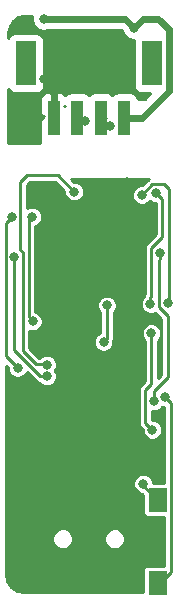
<source format=gbl>
G04 #@! TF.FileFunction,Copper,L2,Bot,Signal*
%FSLAX46Y46*%
G04 Gerber Fmt 4.6, Leading zero omitted, Abs format (unit mm)*
G04 Created by KiCad (PCBNEW 4.0.0-rc2-stable) date 17/02/2016 11:29:09*
%MOMM*%
G01*
G04 APERTURE LIST*
%ADD10C,0.100000*%
%ADD11R,1.600000X2.000000*%
%ADD12R,1.800000X3.800000*%
%ADD13R,1.000000X3.000000*%
%ADD14C,0.800000*%
%ADD15C,0.250000*%
%ADD16C,0.609600*%
%ADD17C,0.203200*%
%ADD18C,0.254000*%
G04 APERTURE END LIST*
D10*
D11*
X98325360Y52033900D03*
X98325360Y59033900D03*
D12*
X87176360Y96001900D03*
X97876360Y96001900D03*
D13*
X89526360Y91401900D03*
X91526360Y91401900D03*
X93526360Y91401900D03*
X95526360Y91401900D03*
D14*
X93853000Y60375800D03*
X92710000Y56438800D03*
X93472000Y56438800D03*
X94638308Y81488702D03*
X95890887Y81488702D03*
X86006360Y64423900D03*
X89240360Y61048900D03*
X95830397Y64537846D03*
X96053700Y65987868D03*
X90374277Y82577238D03*
X96954938Y83470008D03*
X88392344Y83936083D03*
X95738727Y85941233D03*
X91497338Y73032402D03*
X95170394Y71530457D03*
X98638360Y63207900D03*
X96352360Y74891900D03*
X87760127Y74147517D03*
X97887808Y64980348D03*
X97805360Y73147900D03*
X87716360Y83019900D03*
X97114360Y60413900D03*
X96098360Y93941900D03*
X88676362Y94703900D03*
X88986360Y98513900D03*
X96352360Y99021900D03*
X88732360Y99783900D03*
X86195859Y79646692D03*
X88970430Y69495846D03*
X86470344Y70212336D03*
X85975340Y82965900D03*
X91269348Y85142401D03*
X88968897Y70495856D03*
X97729042Y75622001D03*
X98214603Y84994384D03*
X93753552Y72414354D03*
X94043701Y75504788D03*
X98965271Y67725254D03*
X94320360Y90700290D03*
X92177661Y91121619D03*
X98534909Y79971900D03*
X98029383Y67372921D03*
X96996712Y84865623D03*
X99208277Y75724244D03*
D15*
X90510360Y92417900D02*
X90405361Y92417900D01*
D16*
X93472000Y56438800D02*
X92710000Y56438800D01*
D15*
X96954938Y82535355D02*
X96954938Y83470008D01*
X97343154Y82147139D02*
X96954938Y82535355D01*
X95238916Y85441422D02*
X95738727Y85941233D01*
X87716360Y83019900D02*
X87403465Y82707005D01*
X87403465Y82707005D02*
X87403465Y74504179D01*
X87403465Y74504179D02*
X87760127Y74147517D01*
X97805360Y73147900D02*
X97805360Y68885606D01*
X97805360Y68885606D02*
X97304381Y68384627D01*
X97304381Y68384627D02*
X97304381Y65563775D01*
X97304381Y65563775D02*
X97887808Y64980348D01*
X97114360Y60413900D02*
X97114360Y60244900D01*
X97114360Y60244900D02*
X98325360Y59033900D01*
D16*
X89526360Y91401900D02*
X89526360Y93853902D01*
X89526360Y93853902D02*
X88676362Y94703900D01*
X95526360Y91401900D02*
X96985002Y91401900D01*
X99281161Y93698059D02*
X99281161Y98887099D01*
X96985002Y91401900D02*
X99281161Y93698059D01*
X99281161Y98887099D02*
X98384360Y99783900D01*
X98384360Y99783900D02*
X97114360Y99783900D01*
X97114360Y99783900D02*
X96352360Y99021900D01*
X88732360Y99783900D02*
X95590360Y99783900D01*
X95590360Y99783900D02*
X96352360Y99021900D01*
D15*
X86195859Y79646692D02*
X86195859Y71704732D01*
X88404745Y69495846D02*
X88970430Y69495846D01*
X86195859Y71704732D02*
X88404745Y69495846D01*
X85975340Y82965900D02*
X85470641Y82461201D01*
X85470641Y82461201D02*
X85470641Y71212039D01*
X85470641Y71212039D02*
X86470344Y70212336D01*
X89889849Y86521900D02*
X87276360Y86521900D01*
X91269348Y85142401D02*
X89889849Y86521900D01*
X86700360Y85945900D02*
X86700360Y80217537D01*
X86700360Y80217537D02*
X86923203Y79994694D01*
X86923203Y79994694D02*
X86923203Y71655891D01*
X87276360Y86521900D02*
X86700360Y85945900D01*
X86923203Y71655891D02*
X88067606Y70511488D01*
X88067606Y70511488D02*
X88953265Y70511488D01*
X88953265Y70511488D02*
X88968897Y70495856D01*
X98214603Y84994384D02*
X98715390Y84493597D01*
X98715390Y84493597D02*
X98715390Y81282617D01*
X98715390Y81282617D02*
X97802073Y80369300D01*
X97802073Y80369300D02*
X97802073Y76260717D01*
X97802073Y76260717D02*
X97729042Y76187686D01*
X97729042Y76187686D02*
X97729042Y75622001D01*
X94043701Y72704503D02*
X93753552Y72414354D01*
X94043701Y75504788D02*
X94043701Y72704503D01*
X98998951Y67723704D02*
X98966821Y67723704D01*
X98966821Y67723704D02*
X98965271Y67725254D01*
X98325360Y52452900D02*
X98947350Y52452900D01*
X99453784Y67268871D02*
X98998951Y67723704D01*
X98947350Y52452900D02*
X99453784Y52959334D01*
X99453784Y52959334D02*
X99453784Y67268871D01*
D17*
X94320360Y90700290D02*
X94227970Y90700290D01*
X94227970Y90700290D02*
X93526360Y91401900D01*
X94066360Y91401900D02*
X93526360Y91401900D01*
X91777662Y91521618D02*
X92177661Y91121619D01*
X91526360Y91401900D02*
X91646078Y91521618D01*
X91646078Y91521618D02*
X91777662Y91521618D01*
D15*
X98534909Y79406215D02*
X98534909Y79971900D01*
X98029383Y67372921D02*
X98029383Y68235725D01*
X98454062Y79325368D02*
X98534909Y79406215D01*
X98454062Y75361637D02*
X98454062Y79325368D01*
X99217577Y74598122D02*
X98454062Y75361637D01*
X98029383Y68235725D02*
X99217577Y69423919D01*
X99217577Y69423919D02*
X99217577Y74598122D01*
X99208277Y75724244D02*
X99259929Y75775896D01*
X99259929Y75775896D02*
X99259929Y85391282D01*
X97883097Y85752008D02*
X96996712Y84865623D01*
X99259929Y85391282D02*
X98899203Y85752008D01*
X98899203Y85752008D02*
X97883097Y85752008D01*
D18*
G36*
X87697540Y99990677D02*
X87697181Y99578929D01*
X87854418Y99198385D01*
X88145314Y98906981D01*
X88525583Y98749080D01*
X88937331Y98748721D01*
X89168167Y98844100D01*
X95201082Y98844100D01*
X95379798Y98665384D01*
X95474418Y98436385D01*
X95765314Y98144981D01*
X96145583Y97987080D01*
X96346134Y97986905D01*
X96328920Y97901900D01*
X96328920Y94101900D01*
X96373198Y93866583D01*
X96512270Y93650459D01*
X96724470Y93505469D01*
X96976360Y93454460D01*
X97708484Y93454460D01*
X97252924Y92998900D01*
X96655548Y92998900D01*
X96629522Y93137217D01*
X96490450Y93353341D01*
X96278250Y93498331D01*
X96026360Y93549340D01*
X95026360Y93549340D01*
X94791043Y93505062D01*
X94574919Y93365990D01*
X94527226Y93296189D01*
X94490450Y93353341D01*
X94278250Y93498331D01*
X94026360Y93549340D01*
X93026360Y93549340D01*
X92791043Y93505062D01*
X92574919Y93365990D01*
X92527226Y93296189D01*
X92490450Y93353341D01*
X92278250Y93498331D01*
X92026360Y93549340D01*
X91026360Y93549340D01*
X90791043Y93505062D01*
X90574919Y93365990D01*
X90528391Y93297894D01*
X90386058Y93440227D01*
X90152669Y93536900D01*
X89812110Y93536900D01*
X89653360Y93378150D01*
X89653360Y92458113D01*
X89645361Y92417900D01*
X89653360Y92377687D01*
X89653360Y91782613D01*
X89399360Y91782722D01*
X89399360Y93378150D01*
X89240610Y93536900D01*
X88900051Y93536900D01*
X88666662Y93440227D01*
X88488033Y93261599D01*
X88391360Y93028210D01*
X88391360Y91687650D01*
X88550110Y91528900D01*
X88679754Y91528900D01*
X88388557Y91237703D01*
X88360694Y91195689D01*
X88351360Y91147900D01*
X88351360Y89242900D01*
X85690360Y89242900D01*
X85690360Y93839912D01*
X85812270Y93650459D01*
X86024470Y93505469D01*
X86276360Y93454460D01*
X88076360Y93454460D01*
X88311677Y93498738D01*
X88527801Y93637810D01*
X88672791Y93850010D01*
X88723800Y94101900D01*
X88723800Y97901900D01*
X88679522Y98137217D01*
X88540450Y98353341D01*
X88328250Y98498331D01*
X88076360Y98549340D01*
X86276360Y98549340D01*
X86041043Y98505062D01*
X85824919Y98365990D01*
X85690360Y98169056D01*
X85690360Y98637969D01*
X85801406Y99196238D01*
X86078029Y99610233D01*
X86492020Y99886853D01*
X87050291Y99997900D01*
X87700539Y99997900D01*
X87697540Y99990677D01*
X87697540Y99990677D01*
G37*
X87697540Y99990677D02*
X87697181Y99578929D01*
X87854418Y99198385D01*
X88145314Y98906981D01*
X88525583Y98749080D01*
X88937331Y98748721D01*
X89168167Y98844100D01*
X95201082Y98844100D01*
X95379798Y98665384D01*
X95474418Y98436385D01*
X95765314Y98144981D01*
X96145583Y97987080D01*
X96346134Y97986905D01*
X96328920Y97901900D01*
X96328920Y94101900D01*
X96373198Y93866583D01*
X96512270Y93650459D01*
X96724470Y93505469D01*
X96976360Y93454460D01*
X97708484Y93454460D01*
X97252924Y92998900D01*
X96655548Y92998900D01*
X96629522Y93137217D01*
X96490450Y93353341D01*
X96278250Y93498331D01*
X96026360Y93549340D01*
X95026360Y93549340D01*
X94791043Y93505062D01*
X94574919Y93365990D01*
X94527226Y93296189D01*
X94490450Y93353341D01*
X94278250Y93498331D01*
X94026360Y93549340D01*
X93026360Y93549340D01*
X92791043Y93505062D01*
X92574919Y93365990D01*
X92527226Y93296189D01*
X92490450Y93353341D01*
X92278250Y93498331D01*
X92026360Y93549340D01*
X91026360Y93549340D01*
X90791043Y93505062D01*
X90574919Y93365990D01*
X90528391Y93297894D01*
X90386058Y93440227D01*
X90152669Y93536900D01*
X89812110Y93536900D01*
X89653360Y93378150D01*
X89653360Y92458113D01*
X89645361Y92417900D01*
X89653360Y92377687D01*
X89653360Y91782613D01*
X89399360Y91782722D01*
X89399360Y93378150D01*
X89240610Y93536900D01*
X88900051Y93536900D01*
X88666662Y93440227D01*
X88488033Y93261599D01*
X88391360Y93028210D01*
X88391360Y91687650D01*
X88550110Y91528900D01*
X88679754Y91528900D01*
X88388557Y91237703D01*
X88360694Y91195689D01*
X88351360Y91147900D01*
X88351360Y89242900D01*
X85690360Y89242900D01*
X85690360Y93839912D01*
X85812270Y93650459D01*
X86024470Y93505469D01*
X86276360Y93454460D01*
X88076360Y93454460D01*
X88311677Y93498738D01*
X88527801Y93637810D01*
X88672791Y93850010D01*
X88723800Y94101900D01*
X88723800Y97901900D01*
X88679522Y98137217D01*
X88540450Y98353341D01*
X88328250Y98498331D01*
X88076360Y98549340D01*
X86276360Y98549340D01*
X86041043Y98505062D01*
X85824919Y98365990D01*
X85690360Y98169056D01*
X85690360Y98637969D01*
X85801406Y99196238D01*
X86078029Y99610233D01*
X86492020Y99886853D01*
X87050291Y99997900D01*
X87700539Y99997900D01*
X87697540Y99990677D01*
G36*
X97489380Y86145725D02*
X97041039Y85697384D01*
X96831983Y85697567D01*
X96526151Y85571200D01*
X96291957Y85337415D01*
X96165057Y85031804D01*
X96164768Y84700894D01*
X96291135Y84395062D01*
X96524920Y84160868D01*
X96830531Y84033968D01*
X97161441Y84033679D01*
X97467273Y84160046D01*
X97670074Y84362493D01*
X97742811Y84289629D01*
X98048422Y84162729D01*
X98158590Y84162633D01*
X98158590Y81513251D01*
X97408356Y80763017D01*
X97287657Y80582378D01*
X97245273Y80369300D01*
X97245273Y76446631D01*
X97214626Y76400764D01*
X97185596Y76254820D01*
X97024287Y76093793D01*
X96897387Y75788182D01*
X96897098Y75457272D01*
X97023465Y75151440D01*
X97257250Y74917246D01*
X97562861Y74790346D01*
X97893771Y74790057D01*
X98137501Y74890764D01*
X98660777Y74367488D01*
X98660777Y69654553D01*
X98362160Y69355936D01*
X98362160Y72528411D01*
X98510115Y72676108D01*
X98637015Y72981719D01*
X98637304Y73312629D01*
X98510937Y73618461D01*
X98277152Y73852655D01*
X97971541Y73979555D01*
X97640631Y73979844D01*
X97334799Y73853477D01*
X97100605Y73619692D01*
X96973705Y73314081D01*
X96973416Y72983171D01*
X97099783Y72677339D01*
X97248560Y72528302D01*
X97248560Y69116240D01*
X96910664Y68778344D01*
X96789965Y68597705D01*
X96747581Y68384627D01*
X96747581Y65563775D01*
X96789965Y65350697D01*
X96910664Y65170058D01*
X97056047Y65024675D01*
X97055864Y64815619D01*
X97182231Y64509787D01*
X97416016Y64275593D01*
X97721627Y64148693D01*
X98052537Y64148404D01*
X98358369Y64274771D01*
X98592563Y64508556D01*
X98719463Y64814167D01*
X98719752Y65145077D01*
X98593385Y65450909D01*
X98359600Y65685103D01*
X98053989Y65812003D01*
X97861181Y65812171D01*
X97861181Y66542105D01*
X97863202Y66541266D01*
X98194112Y66540977D01*
X98499944Y66667344D01*
X98734138Y66901129D01*
X98741023Y66917710D01*
X98799090Y66893599D01*
X98896984Y66893514D01*
X98896984Y60474159D01*
X97946213Y60474159D01*
X97946304Y60578629D01*
X97819937Y60884461D01*
X97586152Y61118655D01*
X97280541Y61245555D01*
X96949631Y61245844D01*
X96643799Y61119477D01*
X96409605Y60885692D01*
X96282705Y60580081D01*
X96282416Y60249171D01*
X96408783Y59943339D01*
X96642568Y59709145D01*
X96948179Y59582245D01*
X96989617Y59582209D01*
X97085101Y59486725D01*
X97085101Y58033900D01*
X97115210Y57873885D01*
X97209779Y57726920D01*
X97354075Y57628327D01*
X97525360Y57593641D01*
X98896984Y57593641D01*
X98896984Y53474159D01*
X97525360Y53474159D01*
X97365345Y53444050D01*
X97218380Y53349481D01*
X97119787Y53205185D01*
X97085101Y53033900D01*
X97085101Y51214700D01*
X87030275Y51214700D01*
X86412735Y51337536D01*
X85931529Y51659068D01*
X85609996Y52140277D01*
X85487160Y52757816D01*
X85487160Y55565092D01*
X89407268Y55565092D01*
X89541167Y55241031D01*
X89788887Y54992878D01*
X90112714Y54858414D01*
X90463348Y54858108D01*
X90787409Y54992007D01*
X91035562Y55239727D01*
X91170026Y55563554D01*
X91170027Y55565092D01*
X93806548Y55565092D01*
X93940447Y55241031D01*
X94188167Y54992878D01*
X94511994Y54858414D01*
X94862628Y54858108D01*
X95186689Y54992007D01*
X95434842Y55239727D01*
X95569306Y55563554D01*
X95569612Y55914188D01*
X95435713Y56238249D01*
X95187993Y56486402D01*
X94864166Y56620866D01*
X94513532Y56621172D01*
X94189471Y56487273D01*
X93941318Y56239553D01*
X93806854Y55915726D01*
X93806548Y55565092D01*
X91170027Y55565092D01*
X91170332Y55914188D01*
X91036433Y56238249D01*
X90788713Y56486402D01*
X90464886Y56620866D01*
X90114252Y56621172D01*
X89790191Y56487273D01*
X89542038Y56239553D01*
X89407574Y55915726D01*
X89407268Y55565092D01*
X85487160Y55565092D01*
X85487160Y70408086D01*
X85638583Y70256663D01*
X85638400Y70047607D01*
X85764767Y69741775D01*
X85998552Y69507581D01*
X86304163Y69380681D01*
X86635073Y69380392D01*
X86940905Y69506759D01*
X87175099Y69740544D01*
X87233050Y69880107D01*
X88011028Y69102129D01*
X88191667Y68981430D01*
X88337611Y68952400D01*
X88498638Y68791091D01*
X88804249Y68664191D01*
X89135159Y68663902D01*
X89440991Y68790269D01*
X89675185Y69024054D01*
X89802085Y69329665D01*
X89802374Y69660575D01*
X89676007Y69966407D01*
X89646003Y69996463D01*
X89673652Y70024064D01*
X89800552Y70329675D01*
X89800841Y70660585D01*
X89674474Y70966417D01*
X89440689Y71200611D01*
X89135078Y71327511D01*
X88804168Y71327800D01*
X88498336Y71201433D01*
X88364958Y71068288D01*
X88298240Y71068288D01*
X87480003Y71886525D01*
X87480003Y72249625D01*
X92921608Y72249625D01*
X93047975Y71943793D01*
X93281760Y71709599D01*
X93587371Y71582699D01*
X93918281Y71582410D01*
X94224113Y71708777D01*
X94458307Y71942562D01*
X94585207Y72248173D01*
X94585496Y72579083D01*
X94578784Y72595326D01*
X94600501Y72704503D01*
X94600501Y74885299D01*
X94748456Y75032996D01*
X94875356Y75338607D01*
X94875645Y75669517D01*
X94749278Y75975349D01*
X94515493Y76209543D01*
X94209882Y76336443D01*
X93878972Y76336732D01*
X93573140Y76210365D01*
X93338946Y75976580D01*
X93212046Y75670969D01*
X93211757Y75340059D01*
X93338124Y75034227D01*
X93486901Y74885190D01*
X93486901Y73204185D01*
X93282991Y73119931D01*
X93048797Y72886146D01*
X92921897Y72580535D01*
X92921608Y72249625D01*
X87480003Y72249625D01*
X87480003Y73363175D01*
X87593946Y73315862D01*
X87924856Y73315573D01*
X88230688Y73441940D01*
X88464882Y73675725D01*
X88591782Y73981336D01*
X88592071Y74312246D01*
X88465704Y74618078D01*
X88231919Y74852272D01*
X87960265Y74965072D01*
X87960265Y82220671D01*
X88186921Y82314323D01*
X88421115Y82548108D01*
X88548015Y82853719D01*
X88548304Y83184629D01*
X88421937Y83490461D01*
X88188152Y83724655D01*
X87882541Y83851555D01*
X87551631Y83851844D01*
X87257160Y83730171D01*
X87257160Y85715266D01*
X87506994Y85965100D01*
X89659215Y85965100D01*
X90437587Y85186728D01*
X90437404Y84977672D01*
X90563771Y84671840D01*
X90797556Y84437646D01*
X91103167Y84310746D01*
X91434077Y84310457D01*
X91739909Y84436824D01*
X91974103Y84670609D01*
X92101003Y84976220D01*
X92101292Y85307130D01*
X91974925Y85612962D01*
X91741140Y85847156D01*
X91435529Y85974056D01*
X91224943Y85974240D01*
X91004283Y86194900D01*
X97562976Y86194900D01*
X97489380Y86145725D01*
X97489380Y86145725D01*
G37*
X97489380Y86145725D02*
X97041039Y85697384D01*
X96831983Y85697567D01*
X96526151Y85571200D01*
X96291957Y85337415D01*
X96165057Y85031804D01*
X96164768Y84700894D01*
X96291135Y84395062D01*
X96524920Y84160868D01*
X96830531Y84033968D01*
X97161441Y84033679D01*
X97467273Y84160046D01*
X97670074Y84362493D01*
X97742811Y84289629D01*
X98048422Y84162729D01*
X98158590Y84162633D01*
X98158590Y81513251D01*
X97408356Y80763017D01*
X97287657Y80582378D01*
X97245273Y80369300D01*
X97245273Y76446631D01*
X97214626Y76400764D01*
X97185596Y76254820D01*
X97024287Y76093793D01*
X96897387Y75788182D01*
X96897098Y75457272D01*
X97023465Y75151440D01*
X97257250Y74917246D01*
X97562861Y74790346D01*
X97893771Y74790057D01*
X98137501Y74890764D01*
X98660777Y74367488D01*
X98660777Y69654553D01*
X98362160Y69355936D01*
X98362160Y72528411D01*
X98510115Y72676108D01*
X98637015Y72981719D01*
X98637304Y73312629D01*
X98510937Y73618461D01*
X98277152Y73852655D01*
X97971541Y73979555D01*
X97640631Y73979844D01*
X97334799Y73853477D01*
X97100605Y73619692D01*
X96973705Y73314081D01*
X96973416Y72983171D01*
X97099783Y72677339D01*
X97248560Y72528302D01*
X97248560Y69116240D01*
X96910664Y68778344D01*
X96789965Y68597705D01*
X96747581Y68384627D01*
X96747581Y65563775D01*
X96789965Y65350697D01*
X96910664Y65170058D01*
X97056047Y65024675D01*
X97055864Y64815619D01*
X97182231Y64509787D01*
X97416016Y64275593D01*
X97721627Y64148693D01*
X98052537Y64148404D01*
X98358369Y64274771D01*
X98592563Y64508556D01*
X98719463Y64814167D01*
X98719752Y65145077D01*
X98593385Y65450909D01*
X98359600Y65685103D01*
X98053989Y65812003D01*
X97861181Y65812171D01*
X97861181Y66542105D01*
X97863202Y66541266D01*
X98194112Y66540977D01*
X98499944Y66667344D01*
X98734138Y66901129D01*
X98741023Y66917710D01*
X98799090Y66893599D01*
X98896984Y66893514D01*
X98896984Y60474159D01*
X97946213Y60474159D01*
X97946304Y60578629D01*
X97819937Y60884461D01*
X97586152Y61118655D01*
X97280541Y61245555D01*
X96949631Y61245844D01*
X96643799Y61119477D01*
X96409605Y60885692D01*
X96282705Y60580081D01*
X96282416Y60249171D01*
X96408783Y59943339D01*
X96642568Y59709145D01*
X96948179Y59582245D01*
X96989617Y59582209D01*
X97085101Y59486725D01*
X97085101Y58033900D01*
X97115210Y57873885D01*
X97209779Y57726920D01*
X97354075Y57628327D01*
X97525360Y57593641D01*
X98896984Y57593641D01*
X98896984Y53474159D01*
X97525360Y53474159D01*
X97365345Y53444050D01*
X97218380Y53349481D01*
X97119787Y53205185D01*
X97085101Y53033900D01*
X97085101Y51214700D01*
X87030275Y51214700D01*
X86412735Y51337536D01*
X85931529Y51659068D01*
X85609996Y52140277D01*
X85487160Y52757816D01*
X85487160Y55565092D01*
X89407268Y55565092D01*
X89541167Y55241031D01*
X89788887Y54992878D01*
X90112714Y54858414D01*
X90463348Y54858108D01*
X90787409Y54992007D01*
X91035562Y55239727D01*
X91170026Y55563554D01*
X91170027Y55565092D01*
X93806548Y55565092D01*
X93940447Y55241031D01*
X94188167Y54992878D01*
X94511994Y54858414D01*
X94862628Y54858108D01*
X95186689Y54992007D01*
X95434842Y55239727D01*
X95569306Y55563554D01*
X95569612Y55914188D01*
X95435713Y56238249D01*
X95187993Y56486402D01*
X94864166Y56620866D01*
X94513532Y56621172D01*
X94189471Y56487273D01*
X93941318Y56239553D01*
X93806854Y55915726D01*
X93806548Y55565092D01*
X91170027Y55565092D01*
X91170332Y55914188D01*
X91036433Y56238249D01*
X90788713Y56486402D01*
X90464886Y56620866D01*
X90114252Y56621172D01*
X89790191Y56487273D01*
X89542038Y56239553D01*
X89407574Y55915726D01*
X89407268Y55565092D01*
X85487160Y55565092D01*
X85487160Y70408086D01*
X85638583Y70256663D01*
X85638400Y70047607D01*
X85764767Y69741775D01*
X85998552Y69507581D01*
X86304163Y69380681D01*
X86635073Y69380392D01*
X86940905Y69506759D01*
X87175099Y69740544D01*
X87233050Y69880107D01*
X88011028Y69102129D01*
X88191667Y68981430D01*
X88337611Y68952400D01*
X88498638Y68791091D01*
X88804249Y68664191D01*
X89135159Y68663902D01*
X89440991Y68790269D01*
X89675185Y69024054D01*
X89802085Y69329665D01*
X89802374Y69660575D01*
X89676007Y69966407D01*
X89646003Y69996463D01*
X89673652Y70024064D01*
X89800552Y70329675D01*
X89800841Y70660585D01*
X89674474Y70966417D01*
X89440689Y71200611D01*
X89135078Y71327511D01*
X88804168Y71327800D01*
X88498336Y71201433D01*
X88364958Y71068288D01*
X88298240Y71068288D01*
X87480003Y71886525D01*
X87480003Y72249625D01*
X92921608Y72249625D01*
X93047975Y71943793D01*
X93281760Y71709599D01*
X93587371Y71582699D01*
X93918281Y71582410D01*
X94224113Y71708777D01*
X94458307Y71942562D01*
X94585207Y72248173D01*
X94585496Y72579083D01*
X94578784Y72595326D01*
X94600501Y72704503D01*
X94600501Y74885299D01*
X94748456Y75032996D01*
X94875356Y75338607D01*
X94875645Y75669517D01*
X94749278Y75975349D01*
X94515493Y76209543D01*
X94209882Y76336443D01*
X93878972Y76336732D01*
X93573140Y76210365D01*
X93338946Y75976580D01*
X93212046Y75670969D01*
X93211757Y75340059D01*
X93338124Y75034227D01*
X93486901Y74885190D01*
X93486901Y73204185D01*
X93282991Y73119931D01*
X93048797Y72886146D01*
X92921897Y72580535D01*
X92921608Y72249625D01*
X87480003Y72249625D01*
X87480003Y73363175D01*
X87593946Y73315862D01*
X87924856Y73315573D01*
X88230688Y73441940D01*
X88464882Y73675725D01*
X88591782Y73981336D01*
X88592071Y74312246D01*
X88465704Y74618078D01*
X88231919Y74852272D01*
X87960265Y74965072D01*
X87960265Y82220671D01*
X88186921Y82314323D01*
X88421115Y82548108D01*
X88548015Y82853719D01*
X88548304Y83184629D01*
X88421937Y83490461D01*
X88188152Y83724655D01*
X87882541Y83851555D01*
X87551631Y83851844D01*
X87257160Y83730171D01*
X87257160Y85715266D01*
X87506994Y85965100D01*
X89659215Y85965100D01*
X90437587Y85186728D01*
X90437404Y84977672D01*
X90563771Y84671840D01*
X90797556Y84437646D01*
X91103167Y84310746D01*
X91434077Y84310457D01*
X91739909Y84436824D01*
X91974103Y84670609D01*
X92101003Y84976220D01*
X92101292Y85307130D01*
X91974925Y85612962D01*
X91741140Y85847156D01*
X91435529Y85974056D01*
X91224943Y85974240D01*
X91004283Y86194900D01*
X97562976Y86194900D01*
X97489380Y86145725D01*
M02*

</source>
